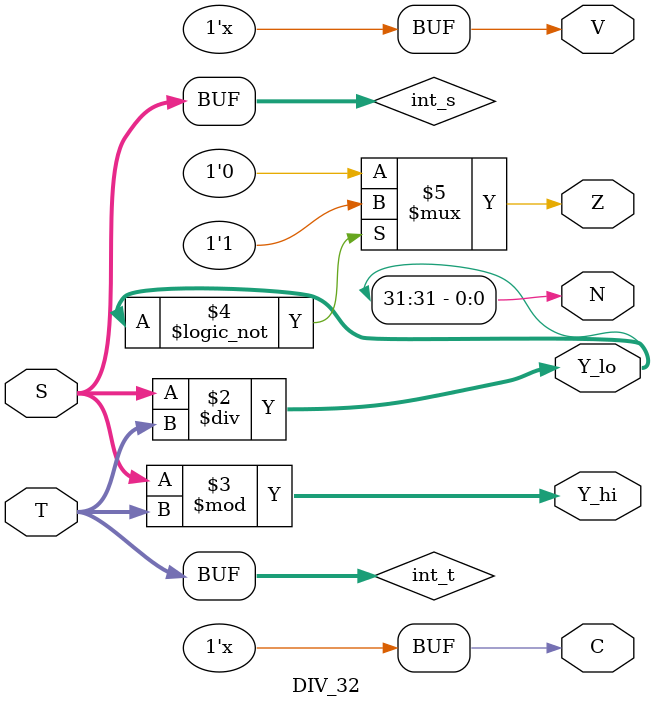
<source format=v>
`timescale 1ns / 1ps
module DIV_32(S, T, Y_hi, Y_lo, C, V, N, Z);
    input [31:0] S, T;
    output reg [31:0] Y_hi, Y_lo;
    output reg C, V, N, Z;
    
    integer int_s, int_t;
    
    always @ (*) begin
        int_s = S;
        int_t = T;
        Y_lo = int_s / int_t; // Quotient
        Y_hi = int_s % int_t; // Remainder
        
        // Flags
        C = 1'bx;
        V = 1'bx;
        N = Y_lo[31];
        Z = (Y_lo == 32'h0)? 1'b1 : 1'b0;
    end

    
    
endmodule

</source>
